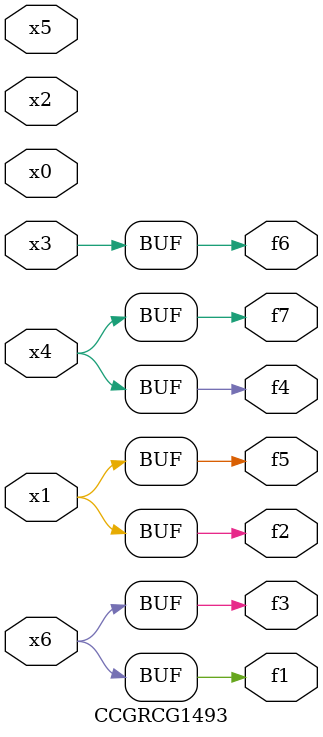
<source format=v>
module CCGRCG1493(
	input x0, x1, x2, x3, x4, x5, x6,
	output f1, f2, f3, f4, f5, f6, f7
);
	assign f1 = x6;
	assign f2 = x1;
	assign f3 = x6;
	assign f4 = x4;
	assign f5 = x1;
	assign f6 = x3;
	assign f7 = x4;
endmodule

</source>
